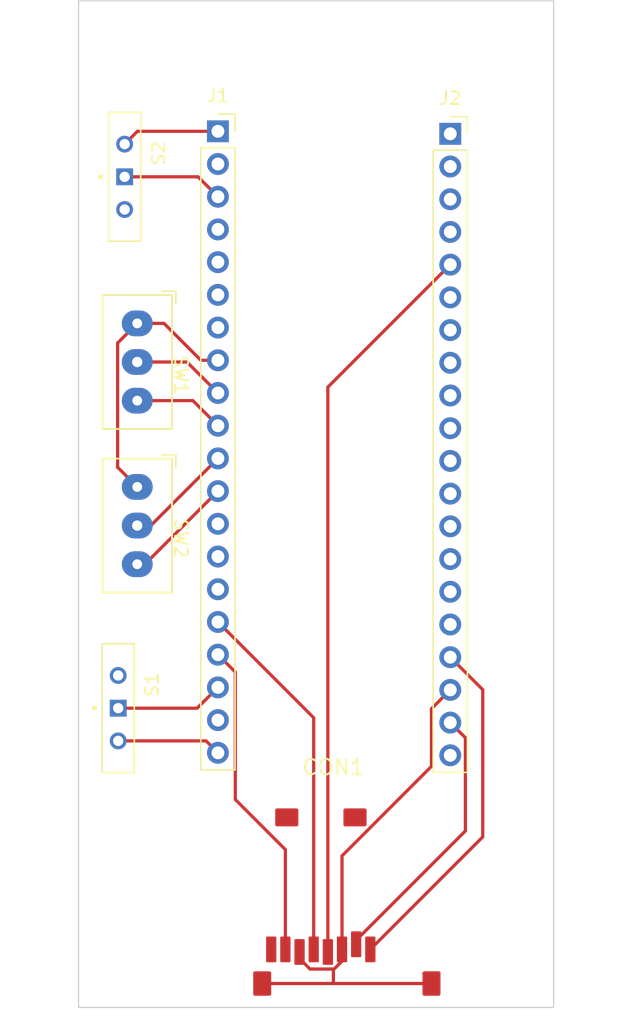
<source format=kicad_pcb>
(kicad_pcb (version 20221018) (generator pcbnew)
  (layers (0 "F.Cu" signal) (31 "B.Cu" signal) (34 "B.Paste" user) (35 "F.Paste" user) (36 "B.SilkS" user "B.Silkscreen") (37 "F.SilkS" user "F.Silkscreen") (38 "B.Mask" user) (39 "F.Mask" user) (44 "Edge.Cuts" user))
  (net 0 "")
  (net 1 "Net-(J1-Pin_1)")
  (net 3 "Net-(J1-Pin_3)")
  (net 6 "Net-(J1-Pin_8)")
  (net 7 "Net-(J1-Pin_18)")
  (net 9 "Net-(J1-Pin_20)")
  (net 29 "Net-(CON1-CD{slash}DAT3)")
  (net 30 "Net-(CON1-DAT2)")
  (net 31 "Net-(CON1-VDD)")
  (net 32 "Net-(CON1-CMD)")
  (net 33 "Net-(CON1-CLK)")
  (net 34 "Net-(CON1-DAT0)")
  (net 39 "unconnected-(J1-Pin_15-Pad15)")
  (net 40 "Net-(J1-Pin_9)")
  (net 41 "Net-(J1-Pin_10)")
  (net 42 "Net-(J1-Pin_11)")
  (net 43 "Net-(J1-Pin_12)")
  (footprint "Connector_PinSocket_2.54mm:PinSocket_1x20_P2.54mm_Vertical" (layer "F.Cu") (at 131 53.4)
    (fp_text reference "J2" (at 0 -2.77) (layer "F.SilkS"))
    (fp_text value "Conn_01x20_Female")
    (fp_line (start -1.33 1.27) (end -1.33 49.59) (stroke (width 0.12)) (layer "F.SilkS"))
    (fp_line (start -1.33 1.27) (end 1.33 1.27) (stroke (width 0.12)) (layer "F.SilkS"))
    (fp_line (start -1.33 49.59) (end 1.33 49.59) (stroke (width 0.12)) (layer "F.SilkS"))
    (fp_line (start 0 -1.33) (end 1.33 -1.33) (stroke (width 0.12)) (layer "F.SilkS"))
    (fp_line (start 1.33 -1.33) (end 1.33 0) (stroke (width 0.12)) (layer "F.SilkS"))
    (fp_line (start 1.33 1.27) (end 1.33 49.59) (stroke (width 0.12)) (layer "F.SilkS"))
    (pad "1" thru_hole rect (at 0 0) (size 1.7 1.7) (drill 1) (layers "*.Cu" "*.Mask"))
    (pad "2" thru_hole oval (at 0 2.54) (size 1.7 1.7) (drill 1) (layers "*.Cu" "*.Mask"))
    (pad "3" thru_hole oval (at 0 5.08) (size 1.7 1.7) (drill 1) (layers "*.Cu" "*.Mask"))
    (pad "4" thru_hole oval (at 0 7.62) (size 1.7 1.7) (drill 1) (layers "*.Cu" "*.Mask"))
    (pad "5" thru_hole oval (at 0 10.16) (size 1.7 1.7) (drill 1) (layers "*.Cu" "*.Mask") (net 31 "Net-(CON1-VDD)"))
    (pad "6" thru_hole oval (at 0 12.7) (size 1.7 1.7) (drill 1) (layers "*.Cu" "*.Mask"))
    (pad "7" thru_hole oval (at 0 15.24) (size 1.7 1.7) (drill 1) (layers "*.Cu" "*.Mask"))
    (pad "8" thru_hole oval (at 0 17.78) (size 1.7 1.7) (drill 1) (layers "*.Cu" "*.Mask"))
    (pad "9" thru_hole oval (at 0 20.32) (size 1.7 1.7) (drill 1) (layers "*.Cu" "*.Mask"))
    (pad "10" thru_hole oval (at 0 22.86) (size 1.7 1.7) (drill 1) (layers "*.Cu" "*.Mask"))
    (pad "11" thru_hole oval (at 0 25.4) (size 1.7 1.7) (drill 1) (layers "*.Cu" "*.Mask"))
    (pad "12" thru_hole oval (at 0 27.94) (size 1.7 1.7) (drill 1) (layers "*.Cu" "*.Mask"))
    (pad "13" thru_hole oval (at 0 30.48) (size 1.7 1.7) (drill 1) (layers "*.Cu" "*.Mask"))
    (pad "14" thru_hole oval (at 0 33.02) (size 1.7 1.7) (drill 1) (layers "*.Cu" "*.Mask"))
    (pad "15" thru_hole oval (at 0 35.56) (size 1.7 1.7) (drill 1) (layers "*.Cu" "*.Mask"))
    (pad "16" thru_hole oval (at 0 38.1) (size 1.7 1.7) (drill 1) (layers "*.Cu" "*.Mask"))
    (pad "17" thru_hole oval (at 0 40.64) (size 1.7 1.7) (drill 1) (layers "*.Cu" "*.Mask") (net 30 "Net-(CON1-DAT2)"))
    (pad "18" thru_hole oval (at 0 43.18) (size 1.7 1.7) (drill 1) (layers "*.Cu" "*.Mask") (net 32 "Net-(CON1-CMD)"))
    (pad "19" thru_hole oval (at 0 45.72) (size 1.7 1.7) (drill 1) (layers "*.Cu" "*.Mask") (net 29 "Net-(CON1-CD{slash}DAT3)"))
    (pad "20" thru_hole oval (at 0 48.26) (size 1.7 1.7) (drill 1) (layers "*.Cu" "*.Mask"))
  )
  (footprint "MSS-102545-14A-D:SW_MSS-102545-14A-D" (layer "F.Cu") (at 105.2 98 -90)
    (fp_text reference "S1" (at -1.825 -2.635 90) (layer "F.SilkS"))
    (fp_text value "MSS-102545-14A-D")
    (fp_line (start -5 -1.25) (end -5 1.25) (stroke (width 0.127)) (layer "F.SilkS"))
    (fp_line (start -5 1.25) (end 5 1.25) (stroke (width 0.127)) (layer "F.SilkS"))
    (fp_line (start 5 -1.25) (end -5 -1.25) (stroke (width 0.127)) (layer "F.SilkS"))
    (fp_line (start 5 1.25) (end 5 -1.25) (stroke (width 0.127)) (layer "F.SilkS"))
    (fp_circle (center 0 1.85) (end 0.1 1.85) (stroke (width 0.2)) (fill none) (layer "F.SilkS"))
    (pad "1" thru_hole rect (at 0 0 270) (size 1.308 1.308) (drill 0.8) (layers "*.Cu" "*.Mask") (net 7 "Net-(J1-Pin_18)"))
    (pad "2" thru_hole circle (at -2.54 0 270) (size 1.308 1.308) (drill 0.8) (layers "*.Cu" "*.Mask"))
    (pad "3" thru_hole circle (at 2.54 0 270) (size 1.308 1.308) (drill 0.8) (layers "*.Cu" "*.Mask") (net 9 "Net-(J1-Pin_20)"))
  )
  (footprint "PCM_4ms_Connector_Card:CardSlot_MicroSD_YamaichiPJS008U-3000" (layer "F.Cu") (at 121.92 117.83008)
    (fp_text reference "CON1" (at 0 -15.24 180) (layer "F.SilkS") (effects (font (size 1.2 1.2))))
    (fp_text value "~")
    (pad "1" smd roundrect (at 2.869502 -1.10008) (size 0.8 2) (layers "F.Cu" "F.Paste" "F.Mask") (roundrect_rratio 0.1) (net 30 "Net-(CON1-DAT2)"))
    (pad "2" smd roundrect (at 1.769682 -1.50008) (size 0.8 2) (layers "F.Cu" "F.Paste" "F.Mask") (roundrect_rratio 0.1) (net 29 "Net-(CON1-CD{slash}DAT3)"))
    (pad "3" smd roundrect (at 0.669608 -1.10008) (size 0.8 2) (layers "F.Cu" "F.Paste" "F.Mask") (roundrect_rratio 0.1) (net 32 "Net-(CON1-CMD)"))
    (pad "4" smd roundrect (at -0.430212 -0.90008) (size 0.8 2) (layers "F.Cu" "F.Paste" "F.Mask") (roundrect_rratio 0.1) (net 31 "Net-(CON1-VDD)"))
    (pad "5" smd roundrect (at -1.530286 -1.10008) (size 0.8 2) (layers "F.Cu" "F.Paste" "F.Mask") (roundrect_rratio 0.1) (net 33 "Net-(CON1-CLK)"))
    (pad "6" smd roundrect (at -2.630106 -0.90008) (size 0.8 2) (layers "F.Cu" "F.Paste" "F.Mask") (roundrect_rratio 0.1) (net 32 "Net-(CON1-CMD)"))
    (pad "7" smd roundrect (at -3.73018 -1.10008) (size 0.8 2) (layers "F.Cu" "F.Paste" "F.Mask") (roundrect_rratio 0.1) (net 34 "Net-(CON1-DAT0)"))
    (pad "8" smd roundrect (at -4.83 -1.10008) (size 0.8 2) (layers "F.Cu" "F.Paste" "F.Mask") (roundrect_rratio 0.1))
    (pad "9" smd roundrect (at 7.62 1.54992) (size 1.4 1.9) (layers "F.Cu" "F.Paste" "F.Mask") (roundrect_rratio 0.1) (net 32 "Net-(CON1-CMD)"))
    (pad "10" smd roundrect (at -5.53 1.54992) (size 1.4 1.9) (layers "F.Cu" "F.Paste" "F.Mask") (roundrect_rratio 0.1) (net 32 "Net-(CON1-CMD)"))
    (pad "11" smd roundrect (at -3.62 -11.35008) (size 1.8 1.4) (layers "F.Cu" "F.Paste" "F.Mask") (roundrect_rratio 0.1))
    (pad "12" smd roundrect (at 1.68 -11.35008) (size 1.8 1.4) (layers "F.Cu" "F.Paste" "F.Mask") (roundrect_rratio 0.1))
  )
  (footprint "PCM_CB_Devices:Slide_Switch_SPDT_P3mm_10x5x10mm" (layer "F.Cu") (at 106.68 68.12 -90)
    (fp_text reference "SW1" (at 4 -3.4 -90 unlocked) (layer "F.SilkS"))
    (fp_text value "~")
    (fp_line (start -2.5 -3) (end -1.9 -3) (stroke (width 0.12)) (layer "F.SilkS"))
    (fp_line (start -2.5 -2.8) (end -2.5 -3) (stroke (width 0.12)) (layer "F.SilkS"))
    (fp_line (start -2.5 -1.9) (end -2.5 -2.8) (stroke (width 0.12)) (layer "F.SilkS"))
    (fp_line (start -1.9 -3) (end -1.5 -3) (stroke (width 0.12)) (layer "F.SilkS"))
    (fp_rect (start -2.2 -2.7) (end 8.2 2.7) (stroke (width 0.15)) (fill none) (layer "F.SilkS"))
    (pad "1" thru_hole oval (at 0 0 270) (size 2 2.4) (drill 0.762) (layers "*.Cu" "*.Mask") (net 6 "Net-(J1-Pin_8)"))
    (pad "2" thru_hole oval (at 3 0 270) (size 2 2.4) (drill 0.8) (layers "*.Cu" "*.Mask") (net 40 "Net-(J1-Pin_9)"))
    (pad "3" thru_hole oval (at 6 0 270) (size 2 2.4) (drill 0.762) (layers "*.Cu" "*.Mask") (net 41 "Net-(J1-Pin_10)"))
  )
  (footprint "MountingHole:MountingHole_3.2mm_M3" (layer "F.Cu") (at 105.5 46.6)
    (fp_text reference "REF**" hide)
    (fp_text value "MountingHole_3.2mm_M3")
    (pad "" np_thru_hole circle (at 0 0) (size 3.2 3.2) (drill 3.2) (layers "*.Cu" "*.Mask"))
  )
  (footprint "Connector_PinSocket_2.54mm:PinSocket_1x20_P2.54mm_Vertical" (layer "F.Cu") (at 112.95 53.205)
    (fp_text reference "J1" (at 0 -2.77) (layer "F.SilkS"))
    (fp_text value "Conn_01x20_Female")
    (fp_line (start -1.33 1.27) (end -1.33 49.59) (stroke (width 0.12)) (layer "F.SilkS"))
    (fp_line (start -1.33 1.27) (end 1.33 1.27) (stroke (width 0.12)) (layer "F.SilkS"))
    (fp_line (start -1.33 49.59) (end 1.33 49.59) (stroke (width 0.12)) (layer "F.SilkS"))
    (fp_line (start 0 -1.33) (end 1.33 -1.33) (stroke (width 0.12)) (layer "F.SilkS"))
    (fp_line (start 1.33 -1.33) (end 1.33 0) (stroke (width 0.12)) (layer "F.SilkS"))
    (fp_line (start 1.33 1.27) (end 1.33 49.59) (stroke (width 0.12)) (layer "F.SilkS"))
    (pad "1" thru_hole rect (at 0 0) (size 1.7 1.7) (drill 1) (layers "*.Cu" "*.Mask") (net 1 "Net-(J1-Pin_1)"))
    (pad "2" thru_hole oval (at 0 2.54) (size 1.7 1.7) (drill 1) (layers "*.Cu" "*.Mask"))
    (pad "3" thru_hole oval (at 0 5.08) (size 1.7 1.7) (drill 1) (layers "*.Cu" "*.Mask") (net 3 "Net-(J1-Pin_3)"))
    (pad "4" thru_hole oval (at 0 7.62) (size 1.7 1.7) (drill 1) (layers "*.Cu" "*.Mask"))
    (pad "5" thru_hole oval (at 0 10.16) (size 1.7 1.7) (drill 1) (layers "*.Cu" "*.Mask"))
    (pad "6" thru_hole oval (at 0 12.7) (size 1.7 1.7) (drill 1) (layers "*.Cu" "*.Mask"))
    (pad "7" thru_hole oval (at 0 15.24) (size 1.7 1.7) (drill 1) (layers "*.Cu" "*.Mask"))
    (pad "8" thru_hole oval (at 0 17.78) (size 1.7 1.7) (drill 1) (layers "*.Cu" "*.Mask") (net 6 "Net-(J1-Pin_8)"))
    (pad "9" thru_hole oval (at 0 20.32) (size 1.7 1.7) (drill 1) (layers "*.Cu" "*.Mask") (net 40 "Net-(J1-Pin_9)"))
    (pad "10" thru_hole oval (at 0 22.86) (size 1.7 1.7) (drill 1) (layers "*.Cu" "*.Mask") (net 41 "Net-(J1-Pin_10)"))
    (pad "11" thru_hole oval (at 0 25.4) (size 1.7 1.7) (drill 1) (layers "*.Cu" "*.Mask") (net 42 "Net-(J1-Pin_11)"))
    (pad "12" thru_hole oval (at 0 27.94) (size 1.7 1.7) (drill 1) (layers "*.Cu" "*.Mask") (net 43 "Net-(J1-Pin_12)"))
    (pad "13" thru_hole oval (at 0 30.48) (size 1.7 1.7) (drill 1) (layers "*.Cu" "*.Mask"))
    (pad "14" thru_hole oval (at 0 33.02) (size 1.7 1.7) (drill 1) (layers "*.Cu" "*.Mask"))
    (pad "15" thru_hole oval (at 0 35.56) (size 1.7 1.7) (drill 1) (layers "*.Cu" "*.Mask") (net 39 "unconnected-(J1-Pin_15-Pad15)"))
    (pad "16" thru_hole oval (at 0 38.1) (size 1.7 1.7) (drill 1) (layers "*.Cu" "*.Mask"))
    (pad "17" thru_hole oval (at 0 40.64) (size 1.7 1.7) (drill 1) (layers "*.Cu" "*.Mask"))
    (pad "18" thru_hole oval (at 0 43.18) (size 1.7 1.7) (drill 1) (layers "*.Cu" "*.Mask") (net 7 "Net-(J1-Pin_18)"))
    (pad "19" thru_hole oval (at 0 45.72) (size 1.7 1.7) (drill 1) (layers "*.Cu" "*.Mask"))
    (pad "20" thru_hole oval (at 0 48.26) (size 1.7 1.7) (drill 1) (layers "*.Cu" "*.Mask") (net 9 "Net-(J1-Pin_20)"))
  )
  (footprint "MSS-102545-14A-D:SW_MSS-102545-14A-D" (layer "F.Cu") (at 105.7 56.74 -90)
    (fp_text reference "S2" (at -1.825 -2.635 90) (layer "F.SilkS"))
    (fp_text value "MSS-102545-14A-D")
    (fp_line (start -5 -1.25) (end -5 1.25) (stroke (width 0.127)) (layer "F.SilkS"))
    (fp_line (start -5 1.25) (end 5 1.25) (stroke (width 0.127)) (layer "F.SilkS"))
    (fp_line (start 5 -1.25) (end -5 -1.25) (stroke (width 0.127)) (layer "F.SilkS"))
    (fp_line (start 5 1.25) (end 5 -1.25) (stroke (width 0.127)) (layer "F.SilkS"))
    (fp_circle (center 0 1.85) (end 0.1 1.85) (stroke (width 0.2)) (fill none) (layer "F.SilkS"))
    (pad "1" thru_hole rect (at 0 0 270) (size 1.308 1.308) (drill 0.8) (layers "*.Cu" "*.Mask") (net 3 "Net-(J1-Pin_3)"))
    (pad "2" thru_hole circle (at -2.54 0 270) (size 1.308 1.308) (drill 0.8) (layers "*.Cu" "*.Mask") (net 1 "Net-(J1-Pin_1)"))
    (pad "3" thru_hole circle (at 2.54 0 270) (size 1.308 1.308) (drill 0.8) (layers "*.Cu" "*.Mask"))
  )
  (footprint "PCM_CB_Devices:Slide_Switch_SPDT_P3mm_10x5x10mm" (layer "F.Cu") (at 106.68 80.82 -90)
    (fp_text reference "SW2" (at 4 -3.4 -90 unlocked) (layer "F.SilkS"))
    (fp_text value "~")
    (fp_line (start -2.5 -3) (end -1.9 -3) (stroke (width 0.12)) (layer "F.SilkS"))
    (fp_line (start -2.5 -2.8) (end -2.5 -3) (stroke (width 0.12)) (layer "F.SilkS"))
    (fp_line (start -2.5 -1.9) (end -2.5 -2.8) (stroke (width 0.12)) (layer "F.SilkS"))
    (fp_line (start -1.9 -3) (end -1.5 -3) (stroke (width 0.12)) (layer "F.SilkS"))
    (fp_rect (start -2.2 -2.7) (end 8.2 2.7) (stroke (width 0.15)) (fill none) (layer "F.SilkS"))
    (pad "1" thru_hole oval (at 0 0 270) (size 2 2.4) (drill 0.762) (layers "*.Cu" "*.Mask") (net 6 "Net-(J1-Pin_8)"))
    (pad "2" thru_hole oval (at 3 0 270) (size 2 2.4) (drill 0.8) (layers "*.Cu" "*.Mask") (net 42 "Net-(J1-Pin_11)"))
    (pad "3" thru_hole oval (at 6 0 270) (size 2 2.4) (drill 0.762) (layers "*.Cu" "*.Mask") (net 43 "Net-(J1-Pin_12)"))
  )
  (footprint "MountingHole:MountingHole_3.2mm_M3" (layer "F.Cu") (at 135.4 46.7)
    (fp_text reference "REF**" hide)
    (fp_text value "MountingHole_3.2mm_M3")
    (pad "" np_thru_hole circle (at 0 0) (size 3.2 3.2) (drill 3.2) (layers "*.Cu" "*.Mask"))
  )
  (footprint "MountingHole:MountingHole_3.2mm_M3" (layer "F.Cu") (at 135.5 107.3)
    (fp_text reference "REF**" hide)
    (fp_text value "MountingHole_3.2mm_M3")
    (pad "" np_thru_hole circle (at 0 0) (size 3.2 3.2) (drill 3.2) (layers "*.Cu" "*.Mask"))
  )
  (footprint "MountingHole:MountingHole_3.2mm_M3" (layer "F.Cu") (at 105.8 107.4)
    (fp_text reference "REF**" hide)
    (fp_text value "MountingHole_3.2mm_M3")
    (pad "" np_thru_hole circle (at 0 0) (size 3.2 3.2) (drill 3.2) (layers "*.Cu" "*.Mask"))
  )
  (gr_rect (start 102.12 43.06) (end 139.03 121.24) (stroke (width 0.1)) (fill none) (layer "Edge.Cuts"))
  (segment (start 106.695 53.205) (end 105.7 54.2) (width 0.25) (layer "F.Cu") (net 1))
  (segment (start 112.95 53.205) (end 106.695 53.205) (width 0.25) (layer "F.Cu") (net 1))
  (segment (start 105.7 56.74) (end 111.405 56.74) (width 0.25) (layer "F.Cu") (net 3))
  (segment (start 111.405 56.74) (end 112.95 58.285) (width 0.25) (layer "F.Cu") (net 3))
  (segment (start 106.68 80.82) (end 105.155 79.295) (width 0.25) (layer "F.Cu") (net 6))
  (segment (start 108.76 68.12) (end 111.625 70.985) (width 0.25) (layer "F.Cu") (net 6))
  (segment (start 106.68 68.12) (end 108.76 68.12) (width 0.25) (layer "F.Cu") (net 6))
  (segment (start 105.155 79.295) (end 105.155 69.645) (width 0.25) (layer "F.Cu") (net 6))
  (segment (start 111.625 70.985) (end 112.95 70.985) (width 0.25) (layer "F.Cu") (net 6))
  (segment (start 105.155 69.645) (end 106.68 68.12) (width 0.25) (layer "F.Cu") (net 6))
  (segment (start 111.335 98) (end 112.95 96.385) (width 0.25) (layer "F.Cu") (net 7))
  (segment (start 105.2 98) (end 111.335 98) (width 0.25) (layer "F.Cu") (net 7))
  (segment (start 105.2 100.54) (end 112.025 100.54) (width 0.25) (layer "F.Cu") (net 9))
  (segment (start 112.025 100.54) (end 112.95 101.465) (width 0.25) (layer "F.Cu") (net 9))
  (segment (start 132.175 107.531746) (end 132.175 100.295) (width 0.25) (layer "F.Cu") (net 29))
  (segment (start 123.689682 116.017064) (end 132.175 107.531746) (width 0.25) (layer "F.Cu") (net 29))
  (segment (start 132.175 100.295) (end 131 99.12) (width 0.25) (layer "F.Cu") (net 29))
  (segment (start 123.689682 116.33) (end 123.689682 116.017064) (width 0.25) (layer "F.Cu") (net 29))
  (segment (start 133.525 107.994502) (end 133.525 96.565) (width 0.25) (layer "F.Cu") (net 30))
  (segment (start 124.789502 116.73) (end 133.525 107.994502) (width 0.25) (layer "F.Cu") (net 30))
  (segment (start 133.525 96.565) (end 131 94.04) (width 0.25) (layer "F.Cu") (net 30))
  (segment (start 121.489788 73.070212) (end 131 63.56) (width 0.25) (layer "F.Cu") (net 31))
  (segment (start 121.489788 116.93) (end 121.489788 73.070212) (width 0.25) (layer "F.Cu") (net 31))
  (segment (start 121.92 119.38) (end 121.92 118.312544) (width 0.25) (layer "F.Cu") (net 32))
  (segment (start 119.289894 117.442936) (end 120.101958 118.255) (width 0.25) (layer "F.Cu") (net 32))
  (segment (start 129.54 102.517609) (end 129.54 98.04) (width 0.25) (layer "F.Cu") (net 32))
  (segment (start 121.977544 118.255) (end 122.589608 117.642936) (width 0.25) (layer "F.Cu") (net 32))
  (segment (start 121.92 118.312544) (end 121.977544 118.255) (width 0.25) (layer "F.Cu") (net 32))
  (segment (start 119.289894 116.93) (end 119.289894 117.442936) (width 0.25) (layer "F.Cu") (net 32))
  (segment (start 116.39 119.38) (end 121.92 119.38) (width 0.25) (layer "F.Cu") (net 32))
  (segment (start 122.589608 116.73) (end 122.589608 109.468001) (width 0.25) (layer "F.Cu") (net 32))
  (segment (start 121.92 119.38) (end 129.54 119.38) (width 0.25) (layer "F.Cu") (net 32))
  (segment (start 120.101958 118.255) (end 121.977544 118.255) (width 0.25) (layer "F.Cu") (net 32))
  (segment (start 122.589608 117.642936) (end 122.589608 116.73) (width 0.25) (layer "F.Cu") (net 32))
  (segment (start 122.589608 109.468001) (end 129.54 102.517609) (width 0.25) (layer "F.Cu") (net 32))
  (segment (start 129.54 98.04) (end 131 96.58) (width 0.25) (layer "F.Cu") (net 32))
  (segment (start 120.389714 116.73) (end 120.389714 98.744714) (width 0.25) (layer "F.Cu") (net 33))
  (segment (start 120.389714 98.744714) (end 112.95 91.305) (width 0.25) (layer "F.Cu") (net 33))
  (segment (start 118.18982 108.97982) (end 114.3 105.09) (width 0.25) (layer "F.Cu") (net 34))
  (segment (start 114.3 105.09) (end 114.3 95.195) (width 0.25) (layer "F.Cu") (net 34))
  (segment (start 114.3 95.195) (end 112.95 93.845) (width 0.25) (layer "F.Cu") (net 34))
  (segment (start 118.18982 116.73) (end 118.18982 108.97982) (width 0.25) (layer "F.Cu") (net 34))
  (segment (start 112.365 88.765) (end 112.95 88.765) (width 0.25) (layer "F.Cu") (net 39))
  (segment (start 110.545 71.12) (end 112.95 73.525) (width 0.25) (layer "F.Cu") (net 40))
  (segment (start 106.68 71.12) (end 110.545 71.12) (width 0.25) (layer "F.Cu") (net 40))
  (segment (start 111.005 74.12) (end 112.95 76.065) (width 0.25) (layer "F.Cu") (net 41))
  (segment (start 106.68 74.12) (end 111.005 74.12) (width 0.25) (layer "F.Cu") (net 41))
  (segment (start 106.68 83.82) (end 107.735 83.82) (width 0.25) (layer "F.Cu") (net 42))
  (segment (start 107.735 83.82) (end 112.95 78.605) (width 0.25) (layer "F.Cu") (net 42))
  (segment (start 106.68 86.82) (end 107.275 86.82) (width 0.25) (layer "F.Cu") (net 43))
  (segment (start 107.275 86.82) (end 112.95 81.145) (width 0.25) (layer "F.Cu") (net 43))
)
</source>
